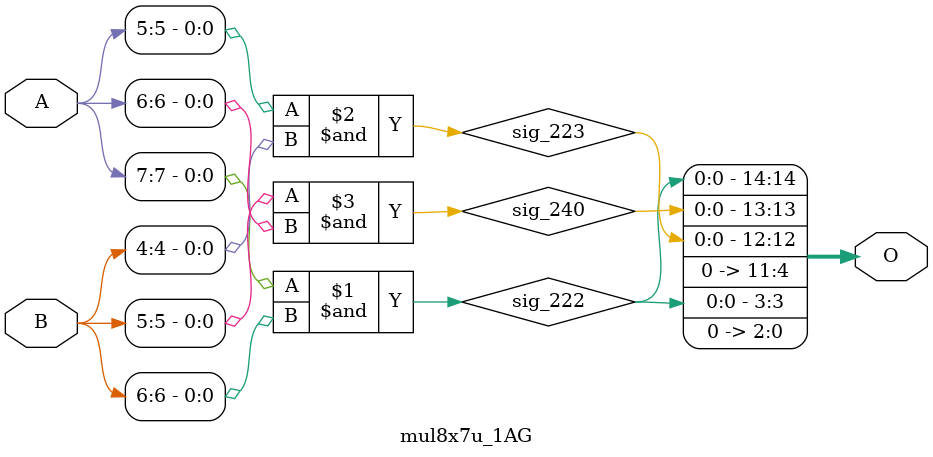
<source format=v>

/***
* This code is a part of EvoApproxLib library (ehw.fit.vutbr.cz/approxlib) distributed under The MIT License.
* When used, please cite the following article(s): V. Mrazek, L. Sekanina, Z. Vasicek "Libraries of Approximate Circuits: Automated Design and Application in CNN Accelerators" IEEE Journal on Emerging and Selected Topics in Circuits and Systems, Vol 10, No 4, 2020 
* This file contains a circuit from a sub-set of pareto optimal circuits with respect to the pwr and mse parameters
***/
// MAE% = 8.05 %
// MAE = 2637 
// WCE% = 30.62 %
// WCE = 10033 
// WCRE% = 700.00 %
// EP% = 98.83 %
// MRE% = 64.51 %
// MSE = 11896.765e3 
// PDK45_PWR = 0.00089 mW
// PDK45_AREA = 7.0 um2
// PDK45_DELAY = 0.04 ns

module mul8x7u_1AG (
    A,
    B,
    O
);

input [7:0] A;
input [6:0] B;
output [14:0] O;

wire sig_222,sig_223,sig_240;

assign sig_222 = A[7] & B[6];
assign sig_223 = A[5] & B[4];
assign sig_240 = B[5] & A[6];

assign O[14] = sig_222;
assign O[13] = sig_240;
assign O[12] = sig_223;
assign O[11] = 1'b0;
assign O[10] = 1'b0;
assign O[9] = 1'b0;
assign O[8] = 1'b0;
assign O[7] = 1'b0;
assign O[6] = 1'b0;
assign O[5] = 1'b0;
assign O[4] = 1'b0;
assign O[3] = sig_222;
assign O[2] = 1'b0;
assign O[1] = 1'b0;
assign O[0] = 1'b0;

endmodule



</source>
